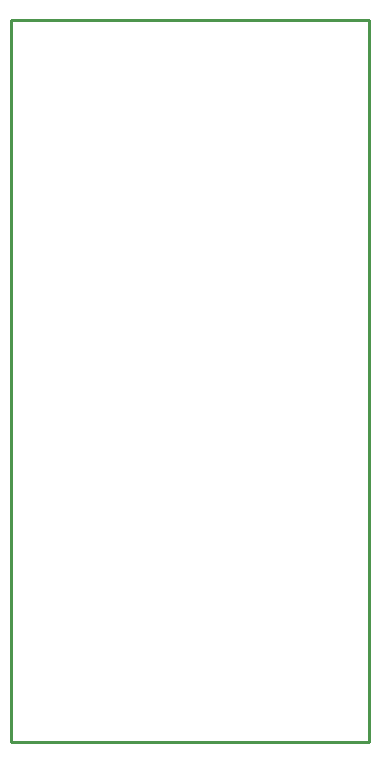
<source format=gbr>
G04 EAGLE Gerber X2 export*
G75*
%MOMM*%
%FSLAX34Y34*%
%LPD*%
%AMOC8*
5,1,8,0,0,1.08239X$1,22.5*%
G01*
%ADD10C,0.254000*%


D10*
X0Y0D02*
X303654Y11D01*
X303654Y611811D01*
X0Y611800D01*
X0Y0D01*
M02*

</source>
